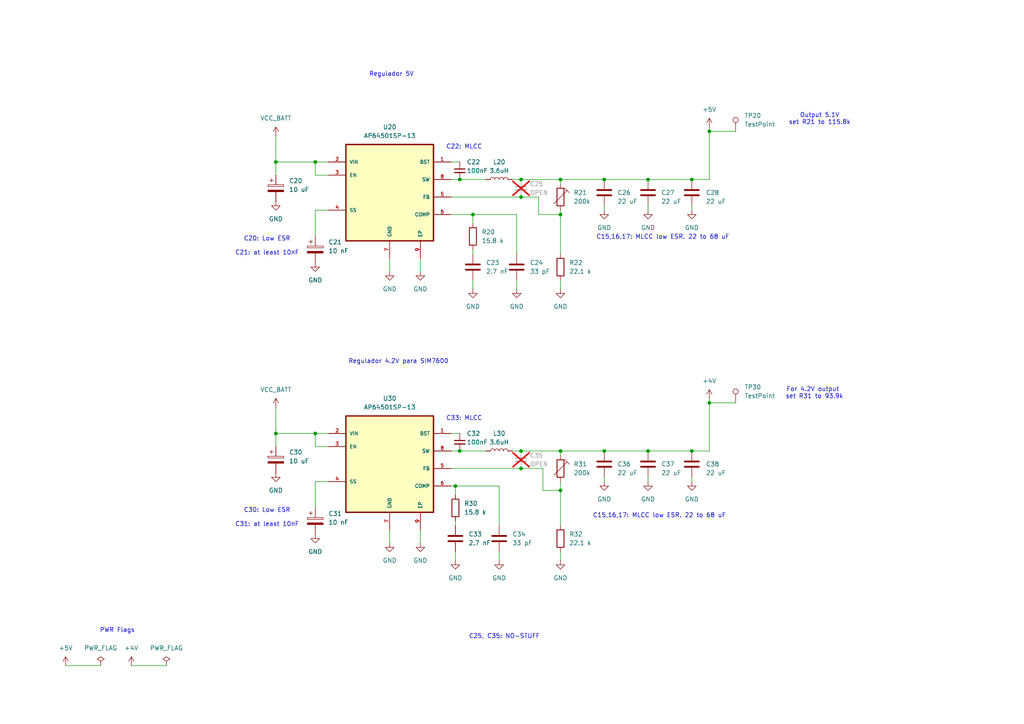
<source format=kicad_sch>
(kicad_sch (version 20250114) (generator "eeschema") (generator_version "9.0")
  (paper "A4")
  (title_block (title "Raspberry Pi HAT+ for UAV Companion Computer") (date "2025-07-14") (company "Diseño Avanzado Circuitos Impresos - FCEIA - UNR - Rodrigo Maero") (comment 1 "Power Supplies"))
  (lib_symbols
    (symbol "AP64501SP-13:AP64501SP-13" (pin_names (offset 1.016))
      (property "Reference" "U" (at -12.7 23.86 0))
      (property "Value" "AP64501SP-13" (at -19.05 -21.844 0))
      (symbol "AP64501SP-13_0_0"
        (rectangle (start -12.7 12.7) (end 12.7 -15.24) (stroke (width 0.41)) (fill (type background)))
        (pin input line (at -17.78 7.62 0) (length 5.08) (name "VIN") (number "2"))
        (pin bidirectional line (at -17.78 3.81 0) (length 5.08) (name "EN") (number "3"))
        (pin bidirectional line (at -17.78 -6.35 0) (length 5.08) (name "SS") (number "4"))
        (pin power_in line (at 0 -20.32 90) (length 5.08) (name "GND") (number "7"))
        (pin bidirectional line (at 8.89 -20.32 90) (length 5.08) (name "EP") (number "9"))
        (pin bidirectional line (at 17.78 7.62 180) (length 5.08) (name "BST") (number "1"))
        (pin bidirectional line (at 17.78 2.54 180) (length 5.08) (name "SW") (number "8"))
        (pin bidirectional line (at 17.78 -2.54 180) (length 5.08) (name "FB") (number "5"))
        (pin bidirectional line (at 17.78 -7.62 180) (length 5.08) (name "COMP") (number "6"))
      )
    )
    (symbol "Connector:TestPoint" (pin_numbers (hide yes)) (pin_names (offset 0.762) (hide yes))
      (property "Reference" "TP" (at 0 6.858 0))
      (property "Value" "TestPoint" (at 0 5.08 0))
      (symbol "TestPoint_0_1"
        (circle (center 0 3.302) (radius 0.762))
      )
      (symbol "TestPoint_1_1"
        (pin passive line (at 0 0 90) (length 2.54) (name "1") (number "1"))
      )
    )
    (symbol "Device:C" (pin_numbers (hide yes)) (pin_names (offset 0.254))
      (property "Reference" "C" (at 0.635 2.54 0))
      (property "Value" "C" (at 0.635 -2.54 0))
      (symbol "C_0_1"
        (polyline (pts (xy -2.032 0.762) (xy 2.032 0.762)) (stroke (width 0.508)))
        (polyline (pts (xy -2.032 -0.762) (xy 2.032 -0.762)) (stroke (width 0.508)))
      )
      (symbol "C_1_1"
        (pin passive line (at 0 3.81 270) (length 2.794) (name "~") (number "1"))
        (pin passive line (at 0 -3.81 90) (length 2.794) (name "~") (number "2"))
      )
    )
    (symbol "Device:C_Polarized" (pin_numbers (hide yes)) (pin_names (offset 0.254))
      (property "Reference" "C" (at 0.635 2.54 0))
      (property "Value" "C_Polarized" (at 0.635 -2.54 0))
      (symbol "C_Polarized_0_1"
        (rectangle (start -2.286 0.508) (end 2.286 1.016))
        (polyline (pts (xy -1.778 2.286) (xy -0.762 2.286)))
        (polyline (pts (xy -1.27 2.794) (xy -1.27 1.778)))
        (rectangle (start 2.286 -0.508) (end -2.286 -1.016) (fill (type outline)))
      )
      (symbol "C_Polarized_1_1"
        (pin passive line (at 0 3.81 270) (length 2.794) (name "~") (number "1"))
        (pin passive line (at 0 -3.81 90) (length 2.794) (name "~") (number "2"))
      )
    )
    (symbol "Device:C_Small" (pin_numbers (hide yes)) (pin_names (offset 0.254) (hide yes))
      (property "Reference" "C" (at 0.254 1.778 0))
      (property "Value" "C_Small" (at 0.254 -2.032 0))
      (symbol "C_Small_0_1"
        (polyline (pts (xy -1.524 0.508) (xy 1.524 0.508)) (stroke (width 0.3048)))
        (polyline (pts (xy -1.524 -0.508) (xy 1.524 -0.508)) (stroke (width 0.3302)))
      )
      (symbol "C_Small_1_1"
        (pin passive line (at 0 2.54 270) (length 2.032) (name "~") (number "1"))
        (pin passive line (at 0 -2.54 90) (length 2.032) (name "~") (number "2"))
      )
    )
    (symbol "Device:L" (pin_numbers (hide yes)) (pin_names (offset 1.016) (hide yes))
      (property "Reference" "L" (at -1.27 0 90))
      (property "Value" "L" (at 1.905 0 90))
      (symbol "L_0_1"
        (arc (start 0 2.54) (mid 0.6323 1.905) (end 0 1.27))
        (arc (start 0 1.27) (mid 0.6323 0.635) (end 0 0))
        (arc (start 0 0) (mid 0.6323 -0.635) (end 0 -1.27))
        (arc (start 0 -1.27) (mid 0.6323 -1.905) (end 0 -2.54))
      )
      (symbol "L_1_1"
        (pin passive line (at 0 3.81 270) (length 1.27) (name "1") (number "1"))
        (pin passive line (at 0 -3.81 90) (length 1.27) (name "2") (number "2"))
      )
    )
    (symbol "Device:R" (pin_numbers (hide yes)) (pin_names (offset 0))
      (property "Reference" "R" (at 2.032 0 90))
      (property "Value" "R" (at 0 0 90))
      (symbol "R_0_1"
        (rectangle (start -1.016 -2.54) (end 1.016 2.54) (stroke (width 0.254)))
      )
      (symbol "R_1_1"
        (pin passive line (at 0 3.81 270) (length 1.27) (name "~") (number "1"))
        (pin passive line (at 0 -3.81 90) (length 1.27) (name "~") (number "2"))
      )
    )
    (symbol "Device:R_Trim" (pin_numbers (hide yes)) (pin_names (offset 0))
      (property "Reference" "R" (at 2.54 -2.54 90))
      (property "Value" "R_Trim" (at -2.54 -0.635 90))
      (symbol "R_Trim_0_1"
        (polyline (pts (xy -1.905 -1.905) (xy 1.905 1.905) (xy 2.54 1.27) (xy 1.27 2.54)))
        (rectangle (start -1.016 -2.54) (end 1.016 2.54) (stroke (width 0.254)))
      )
      (symbol "R_Trim_1_1"
        (pin passive line (at 0 3.81 270) (length 1.27) (name "~") (number "1"))
        (pin passive line (at 0 -3.81 90) (length 1.27) (name "~") (number "2"))
      )
    )
    (symbol "power:+4V" (power) (pin_numbers (hide yes)) (pin_names (offset 0) (hide yes))
      (property "Value" "+4V" (at 0 3.556 0))
      (symbol "+4V_0_1"
        (polyline (pts (xy -0.762 1.27) (xy 0 2.54)))
        (polyline (pts (xy 0 2.54) (xy 0.762 1.27)))
        (polyline (pts (xy 0 0) (xy 0 2.54)))
      )
      (symbol "+4V_1_1"
        (pin power_in line (at 0 0 90) (length 0) (name "~") (number "1"))
      )
    )
    (symbol "power:+5V" (power) (pin_numbers (hide yes)) (pin_names (offset 0) (hide yes))
      (property "Value" "+5V" (at 0 3.556 0))
      (symbol "+5V_0_1"
        (polyline (pts (xy -0.762 1.27) (xy 0 2.54)))
        (polyline (pts (xy 0 2.54) (xy 0.762 1.27)))
        (polyline (pts (xy 0 0) (xy 0 2.54)))
      )
      (symbol "+5V_1_1"
        (pin power_in line (at 0 0 90) (length 0) (name "~") (number "1"))
      )
    )
    (symbol "power:GND" (power) (pin_numbers (hide yes)) (pin_names (offset 0) (hide yes))
      (property "Value" "GND" (at 0 -3.81 0))
      (symbol "GND_0_1"
        (polyline (pts (xy 0 0) (xy 0 -1.27) (xy 1.27 -1.27) (xy 0 -2.54) (xy -1.27 -1.27) (xy 0 -1.27)))
      )
      (symbol "GND_1_1"
        (pin power_in line (at 0 0 270) (length 0) (name "~") (number "1"))
      )
    )
    (symbol "power:PWR_FLAG" (power) (pin_numbers (hide yes)) (pin_names (offset 0) (hide yes))
      (property "Value" "PWR_FLAG" (at 0 3.81 0))
      (symbol "PWR_FLAG_0_0"
        (pin power_out line (at 0 0 90) (length 0) (name "~") (number "1"))
      )
      (symbol "PWR_FLAG_0_1"
        (polyline (pts (xy 0 0) (xy 0 1.27) (xy -1.016 1.905) (xy 0 2.54) (xy 1.016 1.905) (xy 0 1.27)))
      )
    )
    (symbol "power:VCC" (power) (pin_numbers (hide yes)) (pin_names (offset 0) (hide yes))
      (property "Value" "VCC" (at 0 3.556 0))
      (symbol "VCC_0_1"
        (polyline (pts (xy -0.762 1.27) (xy 0 2.54)))
        (polyline (pts (xy 0 2.54) (xy 0.762 1.27)))
        (polyline (pts (xy 0 0) (xy 0 2.54)))
      )
      (symbol "VCC_1_1"
        (pin power_in line (at 0 0 90) (length 0) (name "~") (number "1"))
      )
    )
  )
  (text "C30: Low ESR\n\nC31: at least 10nF" (at 77.47 150.114 0) (effects (font (size 1.27 1.27))))
  (text "Regulador 4.2V para SIM7600" (at 115.57 104.902 0) (effects (font (size 1.27 1.27))))
  (text "Regulador 5V" (at 113.538 21.59 0) (effects (font (size 1.27 1.27))))
  (text "C20: Low ESR\n\nC21: at least 10nF" (at 77.47 71.374 0) (effects (font (size 1.27 1.27))))
  (text "C25, C35: NO-STUFF" (at 146.304 184.658 0) (effects (font (size 1.27 1.27))))
  (text "C15,16,17: MLCC low ESR. 22 to 68 uF" (at 191.262 149.606 0) (effects (font (size 1.27 1.27))))
  (text "For 4.2V output \nset R31 to 93.9k" (at 236.22 114.046 0) (effects (font (size 1.27 1.27))))
  (text "C33: MLCC" (at 134.62 121.412 0) (effects (font (size 1.27 1.27))))
  (text "C22: MLCC" (at 134.62 42.672 0) (effects (font (size 1.27 1.27))))
  (text "C15,16,17: MLCC low ESR. 22 to 68 uF" (at 192.278 68.834 0) (effects (font (size 1.27 1.27))))
  (text "Output 5.1V\nset R21 to 115.8k" (at 237.744 34.544 0) (effects (font (size 1.27 1.27))))
  (text "PWR Flags" (at 34.036 182.88 0) (effects (font (size 1.27 1.27))))
  (junction (at 162.56 62.23))
  (junction (at 132.08 140.97))
  (junction (at 80.01 46.99))
  (junction (at 200.66 130.81))
  (junction (at 162.56 142.24))
  (junction (at 151.13 57.15))
  (junction (at 151.13 52.07))
  (junction (at 175.26 130.81))
  (junction (at 133.35 130.81))
  (junction (at 205.74 38.1))
  (junction (at 151.13 135.89))
  (junction (at 91.44 125.73))
  (junction (at 91.44 46.99))
  (junction (at 80.01 125.73))
  (junction (at 133.35 52.07))
  (junction (at 137.16 62.23))
  (junction (at 151.13 130.81))
  (junction (at 205.74 116.84))
  (junction (at 200.66 52.07))
  (junction (at 175.26 52.07))
  (junction (at 162.56 52.07))
  (junction (at 187.96 52.07))
  (junction (at 187.96 130.81))
  (junction (at 162.56 130.81))
  (wire (pts (xy 19.05 193.04) (xy 29.21 193.04)))
  (wire (pts (xy 205.74 116.84) (xy 205.74 130.81)))
  (wire (pts (xy 130.81 130.81) (xy 133.35 130.81)))
  (wire (pts (xy 205.74 115.57) (xy 205.74 116.84)))
  (wire (pts (xy 91.44 60.96) (xy 91.44 68.58)))
  (wire (pts (xy 91.44 46.99) (xy 95.25 46.99)))
  (wire (pts (xy 80.01 125.73) (xy 80.01 129.54)))
  (wire (pts (xy 162.56 52.07) (xy 162.56 53.34)))
  (wire (pts (xy 200.66 138.43) (xy 200.66 139.7)))
  (wire (pts (xy 148.59 130.81) (xy 151.13 130.81)))
  (wire (pts (xy 213.36 116.84) (xy 205.74 116.84)))
  (wire (pts (xy 200.66 59.69) (xy 200.66 60.96)))
  (wire (pts (xy 187.96 130.81) (xy 200.66 130.81)))
  (wire (pts (xy 113.03 153.67) (xy 113.03 157.48)))
  (wire (pts (xy 91.44 125.73) (xy 95.25 125.73)))
  (wire (pts (xy 121.92 153.67) (xy 121.92 157.48)))
  (wire (pts (xy 144.78 140.97) (xy 144.78 152.4)))
  (wire (pts (xy 205.74 38.1) (xy 205.74 52.07)))
  (wire (pts (xy 132.08 143.51) (xy 132.08 140.97)))
  (wire (pts (xy 132.08 160.02) (xy 132.08 162.56)))
  (wire (pts (xy 133.35 130.81) (xy 140.97 130.81)))
  (wire (pts (xy 95.25 139.7) (xy 91.44 139.7)))
  (wire (pts (xy 137.16 81.28) (xy 137.16 83.82)))
  (wire (pts (xy 113.03 74.93) (xy 113.03 78.74)))
  (wire (pts (xy 149.86 62.23) (xy 149.86 73.66)))
  (wire (pts (xy 130.81 125.73) (xy 133.35 125.73)))
  (wire (pts (xy 162.56 62.23) (xy 162.56 73.66)))
  (wire (pts (xy 80.01 39.37) (xy 80.01 46.99)))
  (wire (pts (xy 162.56 62.23) (xy 156.21 62.23)))
  (wire (pts (xy 130.81 52.07) (xy 133.35 52.07)))
  (wire (pts (xy 130.81 57.15) (xy 151.13 57.15)))
  (wire (pts (xy 162.56 160.02) (xy 162.56 162.56)))
  (wire (pts (xy 121.92 74.93) (xy 121.92 78.74)))
  (wire (pts (xy 175.26 130.81) (xy 187.96 130.81)))
  (wire (pts (xy 162.56 60.96) (xy 162.56 62.23)))
  (wire (pts (xy 132.08 140.97) (xy 130.81 140.97)))
  (wire (pts (xy 157.48 142.24) (xy 162.56 142.24)))
  (wire (pts (xy 175.26 52.07) (xy 187.96 52.07)))
  (wire (pts (xy 132.08 151.13) (xy 132.08 152.4)))
  (wire (pts (xy 187.96 138.43) (xy 187.96 139.7)))
  (wire (pts (xy 157.48 135.89) (xy 151.13 135.89)))
  (wire (pts (xy 187.96 52.07) (xy 200.66 52.07)))
  (wire (pts (xy 137.16 72.39) (xy 137.16 73.66)))
  (wire (pts (xy 162.56 130.81) (xy 162.56 132.08)))
  (wire (pts (xy 133.35 52.07) (xy 140.97 52.07)))
  (wire (pts (xy 80.01 125.73) (xy 91.44 125.73)))
  (wire (pts (xy 162.56 130.81) (xy 175.26 130.81)))
  (wire (pts (xy 137.16 64.77) (xy 137.16 62.23)))
  (wire (pts (xy 162.56 142.24) (xy 162.56 152.4)))
  (wire (pts (xy 151.13 130.81) (xy 162.56 130.81)))
  (wire (pts (xy 162.56 52.07) (xy 175.26 52.07)))
  (wire (pts (xy 148.59 52.07) (xy 151.13 52.07)))
  (wire (pts (xy 137.16 62.23) (xy 149.86 62.23)))
  (wire (pts (xy 205.74 130.81) (xy 200.66 130.81)))
  (wire (pts (xy 80.01 118.11) (xy 80.01 125.73)))
  (wire (pts (xy 91.44 129.54) (xy 91.44 125.73)))
  (wire (pts (xy 91.44 50.8) (xy 91.44 46.99)))
  (wire (pts (xy 149.86 81.28) (xy 149.86 83.82)))
  (wire (pts (xy 130.81 62.23) (xy 137.16 62.23)))
  (wire (pts (xy 175.26 59.69) (xy 175.26 60.96)))
  (wire (pts (xy 151.13 52.07) (xy 162.56 52.07)))
  (wire (pts (xy 205.74 38.1) (xy 213.36 38.1)))
  (wire (pts (xy 156.21 62.23) (xy 156.21 57.15)))
  (wire (pts (xy 95.25 60.96) (xy 91.44 60.96)))
  (wire (pts (xy 156.21 57.15) (xy 151.13 57.15)))
  (wire (pts (xy 38.1 193.04) (xy 48.26 193.04)))
  (wire (pts (xy 162.56 81.28) (xy 162.56 83.82)))
  (wire (pts (xy 80.01 46.99) (xy 91.44 46.99)))
  (wire (pts (xy 130.81 135.89) (xy 151.13 135.89)))
  (wire (pts (xy 205.74 52.07) (xy 200.66 52.07)))
  (wire (pts (xy 95.25 50.8) (xy 91.44 50.8)))
  (wire (pts (xy 205.74 36.83) (xy 205.74 38.1)))
  (wire (pts (xy 175.26 138.43) (xy 175.26 139.7)))
  (wire (pts (xy 187.96 59.69) (xy 187.96 60.96)))
  (wire (pts (xy 144.78 160.02) (xy 144.78 162.56)))
  (wire (pts (xy 91.44 139.7) (xy 91.44 147.32)))
  (wire (pts (xy 80.01 46.99) (xy 80.01 50.8)))
  (wire (pts (xy 130.81 46.99) (xy 133.35 46.99)))
  (wire (pts (xy 95.25 129.54) (xy 91.44 129.54)))
  (wire (pts (xy 162.56 139.7) (xy 162.56 142.24)))
  (wire (pts (xy 132.08 140.97) (xy 144.78 140.97)))
  (wire (pts (xy 157.48 135.89) (xy 157.48 142.24)))
  (symbol (lib_id "power:GND") (at 187.96 139.7 0) (unit 1)
    (property "Reference" "#PWR0145" (effects (hide yes)))
    (property "Value" "GND" (at 187.96 144.78 0))
    (property "Description" "Power symbol creates a global label with name \"GND\" , ground" (effects (hide yes)))
  )
  (symbol (lib_id "power:GND") (at 200.66 139.7 0) (unit 1)
    (property "Reference" "#PWR0144" (effects (hide yes)))
    (property "Value" "GND" (at 200.66 144.78 0))
    (property "Description" "Power symbol creates a global label with name \"GND\" , ground" (effects (hide yes)))
  )
  (symbol (lib_id "power:VCC") (at 80.01 39.37 0) (unit 1)
    (property "Reference" "#PWR0129" (effects (hide yes)))
    (property "Value" "VCC_BATT" (at 80.01 34.29 0))
    (property "Description" "Power symbol creates a global label with name \"VCC\"" (effects (hide yes)))
  )
  (symbol (lib_id "Device:C_Small") (at 133.35 128.27 0) (unit 1)
    (property "Reference" "C32" (at 135.382 125.73 0) (effects (justify left)))
    (property "Value" "100nF" (at 135.382 128.27 0) (effects (justify left)))
    (property "Footprint" "Capacitor_SMD:C_0603_1608Metric" (effects (hide yes)))
    (property "Description" "Unpolarized capacitor, small symbol" (effects (hide yes)))
  )
  (symbol (lib_id "Device:C_Polarized") (at 80.01 133.35 0) (unit 1)
    (property "Reference" "C30" (at 83.82 131.1909 0) (effects (justify left)))
    (property "Value" "10 uF" (at 83.82 133.7309 0) (effects (justify left)))
    (property "Footprint" "Capacitor_SMD:C_0603_1608Metric" (effects (hide yes)))
    (property "Description" "Polarized capacitor" (effects (hide yes)))
  )
  (symbol (lib_id "power:GND") (at 187.96 60.96 0) (unit 1)
    (property "Reference" "#PWR0123" (effects (hide yes)))
    (property "Value" "GND" (at 187.96 66.04 0))
    (property "Description" "Power symbol creates a global label with name \"GND\" , ground" (effects (hide yes)))
  )
  (symbol (lib_id "power:GND") (at 121.92 78.74 0) (unit 1)
    (property "Reference" "#PWR0131" (effects (hide yes)))
    (property "Value" "GND" (at 121.92 83.82 0))
    (property "Description" "Power symbol creates a global label with name \"GND\" , ground" (effects (hide yes)))
  )
  (symbol (lib_id "power:PWR_FLAG") (at 48.26 193.04 0) (unit 1)
    (property "Reference" "#FLG026" (effects (hide yes)))
    (property "Value" "PWR_FLAG" (at 48.26 187.96 0))
    (property "Description" "Special symbol for telling ERC where power comes from" (effects (hide yes)))
  )
  (symbol (lib_id "power:PWR_FLAG") (at 29.21 193.04 0) (unit 1)
    (property "Reference" "#FLG024" (effects (hide yes)))
    (property "Value" "PWR_FLAG" (at 29.21 187.96 0))
    (property "Description" "Special symbol for telling ERC where power comes from" (effects (hide yes)))
  )
  (symbol (lib_id "Device:C") (at 200.66 134.62 0) (unit 1)
    (property "Reference" "C38" (at 204.724 134.62 0) (effects (justify left)))
    (property "Value" "22 uF" (at 204.724 137.16 0) (effects (justify left)))
    (property "Footprint" "Capacitor_SMD:C_0603_1608Metric" (effects (hide yes)))
    (property "Description" "Unpolarized capacitor" (effects (hide yes)))
  )
  (symbol (lib_id "power:+5V") (at 19.05 193.04 0) (unit 1)
    (property "Reference" "#PWR043" (effects (hide yes)))
    (property "Value" "+5V" (at 19.05 187.96 0))
    (property "Description" "Power symbol creates a global label with name \"+5V\"" (effects (hide yes)))
  )
  (symbol (lib_id "Device:C_Polarized") (at 80.01 54.61 0) (unit 1)
    (property "Reference" "C20" (at 83.82 52.4509 0) (effects (justify left)))
    (property "Value" "10 uF" (at 83.82 54.9909 0) (effects (justify left)))
    (property "Footprint" "Capacitor_SMD:C_0603_1608Metric" (effects (hide yes)))
    (property "Description" "Polarized capacitor" (effects (hide yes)))
  )
  (symbol (lib_id "Device:R") (at 162.56 156.21 0) (unit 1)
    (property "Reference" "R32" (at 165.1 154.9399 0) (effects (justify left)))
    (property "Value" "22.1 k" (at 165.1 157.4799 0) (effects (justify left)))
    (property "Footprint" "Resistor_SMD:R_0603_1608Metric" (effects (hide yes)))
    (property "Description" "Resistor" (effects (hide yes)))
  )
  (symbol (lib_id "Device:R") (at 132.08 147.32 0) (unit 1)
    (property "Reference" "R30" (at 134.62 146.0499 0) (effects (justify left)))
    (property "Value" "15.8 k" (at 134.62 148.5899 0) (effects (justify left)))
    (property "Footprint" "Resistor_SMD:R_0603_1608Metric" (effects (hide yes)))
    (property "Description" "Resistor" (effects (hide yes)))
  )
  (symbol (lib_id "Device:L") (at 144.78 52.07 90) (unit 1)
    (property "Reference" "L20" (at 144.78 46.99 90))
    (property "Value" "3.6uH" (at 144.78 49.53 90))
    (property "Footprint" "Inductor_SMD:L_12x12mm_H8mm" (effects (hide yes)))
    (property "Description" "Inductor" (effects (hide yes)))
  )
  (symbol (lib_id "power:GND") (at 121.92 157.48 0) (unit 1)
    (property "Reference" "#PWR0137" (effects (hide yes)))
    (property "Value" "GND" (at 121.92 162.56 0))
    (property "Description" "Power symbol creates a global label with name \"GND\" , ground" (effects (hide yes)))
  )
  (symbol (lib_id "power:+5V") (at 205.74 36.83 0) (unit 1)
    (property "Reference" "#PWR0122" (effects (hide yes)))
    (property "Value" "+5V" (at 205.74 31.75 0))
    (property "Description" "Power symbol creates a global label with name \"+5V\"" (effects (hide yes)))
  )
  (symbol (lib_id "AP64501SP-13:AP64501SP-13") (at 113.03 133.35 0) (unit 1)
    (property "Reference" "U30" (at 113.03 115.57 0))
    (property "Value" "AP64501SP-13" (at 113.03 118.11 0))
    (property "Footprint" "regulador BUCK:SOIC127P600X170-9N" (effects (hide yes)))
    (property "MF" "Diodes Incorporated" (effects (hide yes)))
    (property "Description_1" "Buck Switching Regulator IC Positive Adjustable 0.8V 1 Output 5A 8-SOIC (0.154, 3.90mm Width) Exposed Pad" (effects (hide yes)))
    (property "Package" "SOIC-8 Diodes Incorporated" (effects (hide yes)))
    (property "Price" "None" (effects (hide yes)))
    (property "Check_prices" "https://www.snapeda.com/parts/AP64501SP-13/Diodes+Inc./view-part/?ref=eda" (effects (hide yes)))
    (property "SnapEDA_Link" "https://www.snapeda.com/parts/AP64501SP-13/Diodes+Inc./view-part/?ref=snap" (effects (hide yes)))
    (property "MP" "AP64501SP-13" (effects (hide yes)))
    (property "Availability" "In Stock" (effects (hide yes)))
    (property "Manufacturer" "Diodes Incorporated" (effects (hide yes)))
  )
  (symbol (lib_id "power:GND") (at 132.08 162.56 0) (unit 1)
    (property "Reference" "#PWR0136" (effects (hide yes)))
    (property "Value" "GND" (at 132.08 167.64 0))
    (property "Description" "Power symbol creates a global label with name \"GND\" , ground" (effects (hide yes)))
  )
  (symbol (lib_id "Device:C") (at 144.78 156.21 0) (unit 1)
    (property "Reference" "C34" (at 148.59 154.9399 0) (effects (justify left)))
    (property "Value" "33 pF" (at 148.59 157.4799 0) (effects (justify left)))
    (property "Footprint" "Capacitor_SMD:C_0603_1608Metric" (effects (hide yes)))
    (property "Description" "Unpolarized capacitor" (effects (hide yes)))
  )
  (symbol (lib_id "power:GND") (at 113.03 157.48 0) (unit 1)
    (property "Reference" "#PWR0138" (effects (hide yes)))
    (property "Value" "GND" (at 113.03 162.56 0))
    (property "Description" "Power symbol creates a global label with name \"GND\" , ground" (effects (hide yes)))
  )
  (symbol (lib_id "Device:R_Trim") (at 162.56 57.15 0) (unit 1)
    (property "Reference" "R21" (at 166.37 55.8799 0) (effects (justify left)))
    (property "Value" "200k" (at 166.37 58.4199 0) (effects (justify left)))
    (property "Footprint" "Potentiometer_SMD:Potentiometer_Bourns_3214X_Vertical" (effects (hide yes)))
    (property "Description" "Trimmable resistor (preset resistor)" (effects (hide yes)))
  )
  (symbol (lib_id "Device:R") (at 137.16 68.58 0) (unit 1)
    (property "Reference" "R20" (at 139.7 67.3099 0) (effects (justify left)))
    (property "Value" "15.8 k" (at 139.7 69.8499 0) (effects (justify left)))
    (property "Footprint" "Resistor_SMD:R_0603_1608Metric" (effects (hide yes)))
    (property "Description" "Resistor" (effects (hide yes)))
  )
  (symbol (lib_id "power:GND") (at 113.03 78.74 0) (unit 1)
    (property "Reference" "#PWR0132" (effects (hide yes)))
    (property "Value" "GND" (at 113.03 83.82 0))
    (property "Description" "Power symbol creates a global label with name \"GND\" , ground" (effects (hide yes)))
  )
  (symbol (lib_id "power:GND") (at 137.16 83.82 0) (unit 1)
    (property "Reference" "#PWR0148" (effects (hide yes)))
    (property "Value" "GND" (at 137.16 88.9 0))
    (property "Description" "Power symbol creates a global label with name \"GND\" , ground" (effects (hide yes)))
  )
  (symbol (lib_id "Device:C") (at 200.66 55.88 0) (unit 1)
    (property "Reference" "C28" (at 204.724 55.88 0) (effects (justify left)))
    (property "Value" "22 uF" (at 204.724 58.42 0) (effects (justify left)))
    (property "Footprint" "Capacitor_SMD:C_0603_1608Metric" (effects (hide yes)))
    (property "Description" "Unpolarized capacitor" (effects (hide yes)))
  )
  (symbol (lib_id "power:+4V") (at 38.1 193.04 0) (unit 1)
    (property "Reference" "#PWR044" (effects (hide yes)))
    (property "Value" "+4V" (at 38.1 187.96 0))
    (property "Description" "Power symbol creates a global label with name \"+4V\"" (effects (hide yes)))
  )
  (symbol (lib_id "power:GND") (at 200.66 60.96 0) (unit 1)
    (property "Reference" "#PWR0125" (effects (hide yes)))
    (property "Value" "GND" (at 200.66 66.04 0))
    (property "Description" "Power symbol creates a global label with name \"GND\" , ground" (effects (hide yes)))
  )
  (symbol (lib_id "power:GND") (at 144.78 162.56 0) (unit 1)
    (property "Reference" "#PWR0134" (effects (hide yes)))
    (property "Value" "GND" (at 144.78 167.64 0))
    (property "Description" "Power symbol creates a global label with name \"GND\" , ground" (effects (hide yes)))
  )
  (symbol (lib_id "Device:C") (at 149.86 77.47 0) (unit 1)
    (property "Reference" "C24" (at 153.67 76.1999 0) (effects (justify left)))
    (property "Value" "33 pF" (at 153.67 78.7399 0) (effects (justify left)))
    (property "Footprint" "Capacitor_SMD:C_0603_1608Metric" (effects (hide yes)))
    (property "Description" "Unpolarized capacitor" (effects (hide yes)))
  )
  (symbol (lib_id "Device:C") (at 175.26 55.88 0) (unit 1)
    (property "Reference" "C26" (at 179.07 55.88 0) (effects (justify left)))
    (property "Value" "22 uF" (at 179.07 58.42 0) (effects (justify left)))
    (property "Footprint" "Capacitor_SMD:C_0603_1608Metric" (effects (hide yes)))
    (property "Description" "Unpolarized capacitor" (effects (hide yes)))
  )
  (symbol (lib_id "power:VCC") (at 80.01 118.11 0) (unit 1)
    (property "Reference" "#PWR0141" (effects (hide yes)))
    (property "Value" "VCC_BATT" (at 80.01 113.03 0))
    (property "Description" "Power symbol creates a global label with name \"VCC\"" (effects (hide yes)))
  )
  (symbol (lib_id "Device:C_Small") (at 151.13 133.35 0) (unit 1) (in_bom no) (on_board no) (dnp yes)
    (property "Reference" "C35" (at 153.67 132.0862 0) (effects (justify left)))
    (property "Value" "OPEN" (at 153.67 134.6262 0) (effects (justify left)))
    (property "Footprint" "Capacitor_SMD:C_0201_0603Metric" (effects (hide yes)))
    (property "Description" "Unpolarized capacitor, small symbol" (effects (hide yes)))
  )
  (symbol (lib_id "Device:R") (at 162.56 77.47 0) (unit 1)
    (property "Reference" "R22" (at 165.1 76.1999 0) (effects (justify left)))
    (property "Value" "22.1 k" (at 165.1 78.7399 0) (effects (justify left)))
    (property "Footprint" "Resistor_SMD:R_0603_1608Metric" (effects (hide yes)))
    (property "Description" "Resistor" (effects (hide yes)))
  )
  (symbol (lib_id "Device:C") (at 187.96 134.62 0) (unit 1)
    (property "Reference" "C37" (at 191.77 134.62 0) (effects (justify left)))
    (property "Value" "22 uF" (at 191.77 137.16 0) (effects (justify left)))
    (property "Footprint" "Capacitor_SMD:C_0603_1608Metric" (effects (hide yes)))
    (property "Description" "Unpolarized capacitor" (effects (hide yes)))
  )
  (symbol (lib_id "AP64501SP-13:AP64501SP-13") (at 113.03 54.61 0) (unit 1)
    (property "Reference" "U20" (at 113.03 36.83 0))
    (property "Value" "AP64501SP-13" (at 113.03 39.37 0))
    (property "Footprint" "regulador BUCK:SOIC127P600X170-9N" (effects (hide yes)))
    (property "MF" "Diodes Incorporated" (effects (hide yes)))
    (property "Description_1" "Buck Switching Regulator IC Positive Adjustable 0.8V 1 Output 5A 8-SOIC (0.154, 3.90mm Width) Exposed Pad" (effects (hide yes)))
    (property "Package" "SOIC-8 Diodes Incorporated" (effects (hide yes)))
    (property "Price" "None" (effects (hide yes)))
    (property "Check_prices" "https://www.snapeda.com/parts/AP64501SP-13/Diodes+Inc./view-part/?ref=eda" (effects (hide yes)))
    (property "SnapEDA_Link" "https://www.snapeda.com/parts/AP64501SP-13/Diodes+Inc./view-part/?ref=snap" (effects (hide yes)))
    (property "MP" "AP64501SP-13" (effects (hide yes)))
    (property "Availability" "In Stock" (effects (hide yes)))
    (property "Manufacturer" "Diodes Incorporated" (effects (hide yes)))
  )
  (symbol (lib_id "Device:L") (at 144.78 130.81 90) (unit 1)
    (property "Reference" "L30" (at 144.78 125.73 90))
    (property "Value" "3.6uH" (at 144.78 128.27 90))
    (property "Footprint" "Inductor_SMD:L_12x12mm_H8mm" (effects (hide yes)))
    (property "Description" "Inductor" (effects (hide yes)))
  )
  (symbol (lib_id "power:GND") (at 162.56 83.82 0) (unit 1)
    (property "Reference" "#PWR0146" (effects (hide yes)))
    (property "Value" "GND" (at 162.56 88.9 0))
    (property "Description" "Power symbol creates a global label with name \"GND\" , ground" (effects (hide yes)))
  )
  (symbol (lib_id "Device:C") (at 187.96 55.88 0) (unit 1)
    (property "Reference" "C27" (at 191.77 55.88 0) (effects (justify left)))
    (property "Value" "22 uF" (at 191.77 58.42 0) (effects (justify left)))
    (property "Footprint" "Capacitor_SMD:C_0603_1608Metric" (effects (hide yes)))
    (property "Description" "Unpolarized capacitor" (effects (hide yes)))
  )
  (symbol (lib_id "Device:C") (at 175.26 134.62 0) (unit 1)
    (property "Reference" "C36" (at 179.07 134.62 0) (effects (justify left)))
    (property "Value" "22 uF" (at 179.07 137.16 0) (effects (justify left)))
    (property "Footprint" "Capacitor_SMD:C_0603_1608Metric" (effects (hide yes)))
    (property "Description" "Unpolarized capacitor" (effects (hide yes)))
  )
  (symbol (lib_id "Device:C_Polarized") (at 91.44 151.13 0) (unit 1)
    (property "Reference" "C31" (at 95.25 148.9709 0) (effects (justify left)))
    (property "Value" "10 nF" (at 95.25 151.5109 0) (effects (justify left)))
    (property "Footprint" "Capacitor_SMD:C_0603_1608Metric" (effects (hide yes)))
    (property "Description" "Polarized capacitor" (effects (hide yes)))
  )
  (symbol (lib_id "Connector:TestPoint") (at 213.36 38.1 0) (unit 1)
    (property "Reference" "TP20" (at 215.9 33.5279 0) (effects (justify left)))
    (property "Value" "TestPoint" (at 215.9 36.0679 0) (effects (justify left)))
    (property "Footprint" "TestPoint:TestPoint_Pad_D1.0mm" (effects (hide yes)))
    (property "Description" "test point" (effects (hide yes)))
  )
  (symbol (lib_id "Device:C_Polarized") (at 91.44 72.39 0) (unit 1)
    (property "Reference" "C21" (at 95.25 70.2309 0) (effects (justify left)))
    (property "Value" "10 nF" (at 95.25 72.7709 0) (effects (justify left)))
    (property "Footprint" "Capacitor_SMD:C_0603_1608Metric" (effects (hide yes)))
    (property "Description" "Polarized capacitor" (effects (hide yes)))
  )
  (symbol (lib_id "Device:C_Small") (at 133.35 49.53 0) (unit 1)
    (property "Reference" "C22" (at 135.382 46.99 0) (effects (justify left)))
    (property "Value" "100nF" (at 135.382 49.53 0) (effects (justify left)))
    (property "Footprint" "Capacitor_SMD:C_0603_1608Metric" (effects (hide yes)))
    (property "Description" "Unpolarized capacitor, small symbol" (effects (hide yes)))
  )
  (symbol (lib_id "Connector:TestPoint") (at 213.36 116.84 0) (unit 1)
    (property "Reference" "TP30" (at 215.9 112.2679 0) (effects (justify left)))
    (property "Value" "TestPoint" (at 215.9 114.8079 0) (effects (justify left)))
    (property "Footprint" "TestPoint:TestPoint_Pad_D1.0mm" (effects (hide yes)))
    (property "Description" "test point" (effects (hide yes)))
  )
  (symbol (lib_id "power:GND") (at 91.44 154.94 0) (unit 1)
    (property "Reference" "#PWR0139" (effects (hide yes)))
    (property "Value" "GND" (at 91.44 160.02 0))
    (property "Description" "Power symbol creates a global label with name \"GND\" , ground" (effects (hide yes)))
  )
  (symbol (lib_id "Device:R_Trim") (at 162.56 135.89 0) (unit 1)
    (property "Reference" "R31" (at 166.37 134.6199 0) (effects (justify left)))
    (property "Value" "200k" (at 166.37 137.1599 0) (effects (justify left)))
    (property "Footprint" "Potentiometer_SMD:Potentiometer_Bourns_3214X_Vertical" (effects (hide yes)))
    (property "Description" "Trimmable resistor (preset resistor)" (effects (hide yes)))
  )
  (symbol (lib_id "Device:C") (at 137.16 77.47 0) (unit 1)
    (property "Reference" "C23" (at 140.97 76.1999 0) (effects (justify left)))
    (property "Value" "2.7 nF" (at 140.97 78.7399 0) (effects (justify left)))
    (property "Footprint" "Capacitor_SMD:C_0603_1608Metric" (effects (hide yes)))
    (property "Description" "Unpolarized capacitor" (effects (hide yes)))
  )
  (symbol (lib_id "Device:C") (at 132.08 156.21 0) (unit 1)
    (property "Reference" "C33" (at 135.89 154.9399 0) (effects (justify left)))
    (property "Value" "2.7 nF" (at 135.89 157.4799 0) (effects (justify left)))
    (property "Footprint" "Capacitor_SMD:C_0603_1608Metric" (effects (hide yes)))
    (property "Description" "Unpolarized capacitor" (effects (hide yes)))
  )
  (symbol (lib_id "power:+4V") (at 205.74 115.57 0) (unit 1)
    (property "Reference" "#PWR0142" (effects (hide yes)))
    (property "Value" "+4V" (at 205.74 110.49 0))
    (property "Description" "Power symbol creates a global label with name \"+4V\"" (effects (hide yes)))
  )
  (symbol (lib_id "power:GND") (at 175.26 60.96 0) (unit 1)
    (property "Reference" "#PWR0126" (effects (hide yes)))
    (property "Value" "GND" (at 175.26 66.04 0))
    (property "Description" "Power symbol creates a global label with name \"GND\" , ground" (effects (hide yes)))
  )
  (symbol (lib_id "power:GND") (at 149.86 83.82 0) (unit 1)
    (property "Reference" "#PWR0147" (effects (hide yes)))
    (property "Value" "GND" (at 149.86 88.9 0))
    (property "Description" "Power symbol creates a global label with name \"GND\" , ground" (effects (hide yes)))
  )
  (symbol (lib_id "power:GND") (at 80.01 58.42 0) (unit 1)
    (property "Reference" "#PWR0130" (effects (hide yes)))
    (property "Value" "GND" (at 80.01 63.5 0))
    (property "Description" "Power symbol creates a global label with name \"GND\" , ground" (effects (hide yes)))
  )
  (symbol (lib_id "Device:C_Small") (at 151.13 54.61 0) (unit 1) (in_bom no) (on_board no) (dnp yes)
    (property "Reference" "C25" (at 153.67 53.3462 0) (effects (justify left)))
    (property "Value" "OPEN" (at 153.67 55.8862 0) (effects (justify left)))
    (property "Footprint" "Capacitor_SMD:C_0201_0603Metric" (effects (hide yes)))
    (property "Description" "Unpolarized capacitor, small symbol" (effects (hide yes)))
  )
  (symbol (lib_id "power:GND") (at 91.44 76.2 0) (unit 1)
    (property "Reference" "#PWR0133" (effects (hide yes)))
    (property "Value" "GND" (at 91.44 81.28 0))
    (property "Description" "Power symbol creates a global label with name \"GND\" , ground" (effects (hide yes)))
  )
  (symbol (lib_id "power:GND") (at 175.26 139.7 0) (unit 1)
    (property "Reference" "#PWR0143" (effects (hide yes)))
    (property "Value" "GND" (at 175.26 144.78 0))
    (property "Description" "Power symbol creates a global label with name \"GND\" , ground" (effects (hide yes)))
  )
  (symbol (lib_id "power:GND") (at 162.56 162.56 0) (unit 1)
    (property "Reference" "#PWR0135" (effects (hide yes)))
    (property "Value" "GND" (at 162.56 167.64 0))
    (property "Description" "Power symbol creates a global label with name \"GND\" , ground" (effects (hide yes)))
  )
  (symbol (lib_id "power:GND") (at 80.01 137.16 0) (unit 1)
    (property "Reference" "#PWR0140" (effects (hide yes)))
    (property "Value" "GND" (at 80.01 142.24 0))
    (property "Description" "Power symbol creates a global label with name \"GND\" , ground" (effects (hide yes)))
  )
)
</source>
